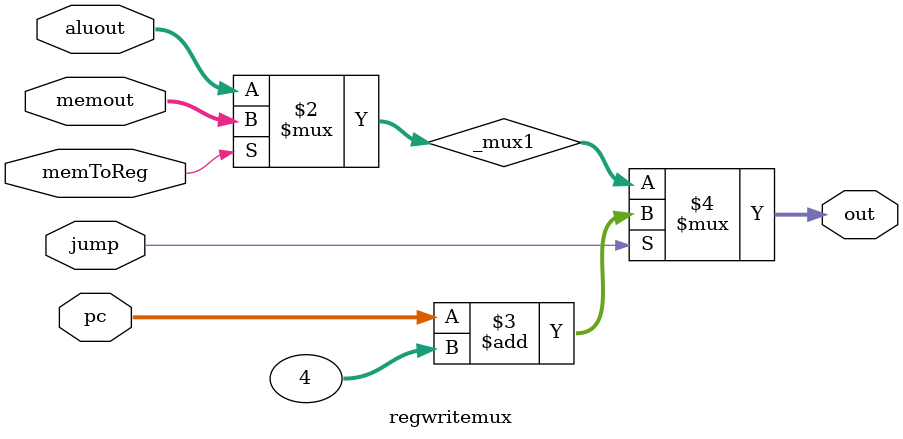
<source format=v>


module regwritemux(
    input [31:0] aluout,
    input [31:0] memout,
    input [31:0] pc,
    input memToReg,
    input jump,
    output reg [31:0] out
);

reg [31:0] _mux1;

always @(*) begin
    _mux1 = memToReg ? memout : aluout;
    out = jump ? (pc + 4) : _mux1;
end


endmodule
</source>
